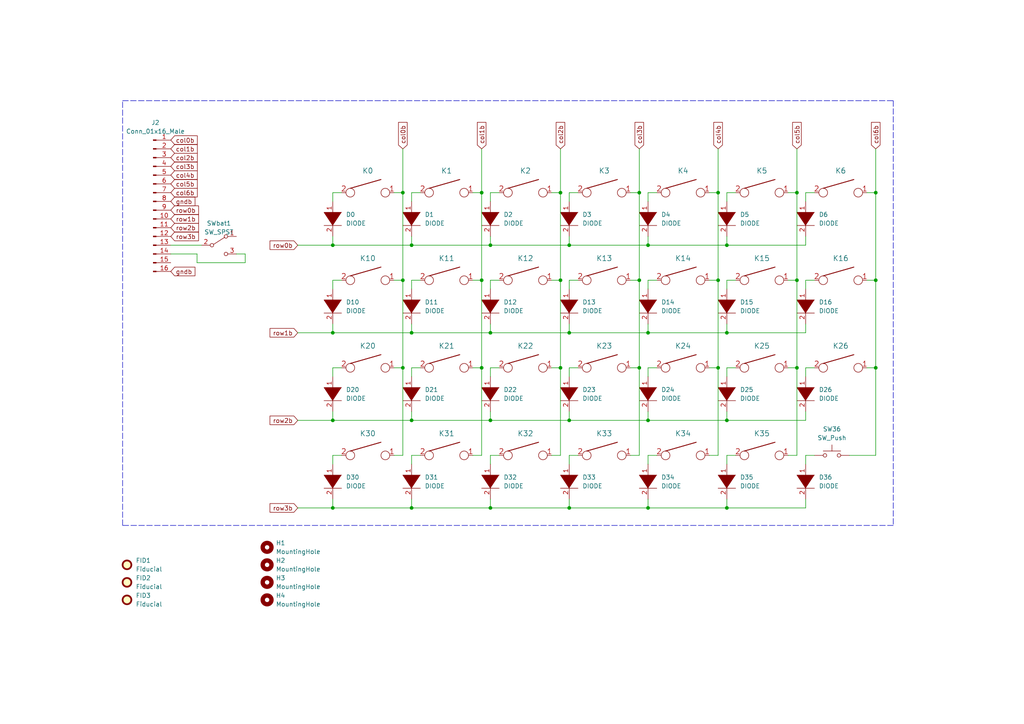
<source format=kicad_sch>
(kicad_sch (version 20211123) (generator eeschema)
  (paper "A4")
  (title_block (title "mykeeb") (rev "see git ;)"))
  (lib_symbols
    (symbol "Connector:Conn_01x16_Male" (pin_names (offset 1.016) hide)
      (property "Reference" "J" (at 0 20.32 0))
      (property "Value" "Conn_01x16_Male" (at 0 -22.86 0))
      (symbol "Conn_01x16_Male_1_1"
        (polyline (pts (xy 1.27 -20.32) (xy 0.8636 -20.32)) (stroke (width 0.1524)))
        (polyline (pts (xy 1.27 -17.78) (xy 0.8636 -17.78)) (stroke (width 0.1524)))
        (polyline (pts (xy 1.27 -15.24) (xy 0.8636 -15.24)) (stroke (width 0.1524)))
        (polyline (pts (xy 1.27 -12.7) (xy 0.8636 -12.7)) (stroke (width 0.1524)))
        (polyline (pts (xy 1.27 -10.16) (xy 0.8636 -10.16)) (stroke (width 0.1524)))
        (polyline (pts (xy 1.27 -7.62) (xy 0.8636 -7.62)) (stroke (width 0.1524)))
        (polyline (pts (xy 1.27 -5.08) (xy 0.8636 -5.08)) (stroke (width 0.1524)))
        (polyline (pts (xy 1.27 -2.54) (xy 0.8636 -2.54)) (stroke (width 0.1524)))
        (polyline (pts (xy 1.27 0) (xy 0.8636 0)) (stroke (width 0.1524)))
        (polyline (pts (xy 1.27 2.54) (xy 0.8636 2.54)) (stroke (width 0.1524)))
        (polyline (pts (xy 1.27 5.08) (xy 0.8636 5.08)) (stroke (width 0.1524)))
        (polyline (pts (xy 1.27 7.62) (xy 0.8636 7.62)) (stroke (width 0.1524)))
        (polyline (pts (xy 1.27 10.16) (xy 0.8636 10.16)) (stroke (width 0.1524)))
        (polyline (pts (xy 1.27 12.7) (xy 0.8636 12.7)) (stroke (width 0.1524)))
        (polyline (pts (xy 1.27 15.24) (xy 0.8636 15.24)) (stroke (width 0.1524)))
        (polyline (pts (xy 1.27 17.78) (xy 0.8636 17.78)) (stroke (width 0.1524)))
        (rectangle (start 0.8636 -20.193) (end 0 -20.447) (stroke (width 0.1524)) (fill (type outline)))
        (rectangle (start 0.8636 -17.653) (end 0 -17.907) (stroke (width 0.1524)) (fill (type outline)))
        (rectangle (start 0.8636 -15.113) (end 0 -15.367) (stroke (width 0.1524)) (fill (type outline)))
        (rectangle (start 0.8636 -12.573) (end 0 -12.827) (stroke (width 0.1524)) (fill (type outline)))
        (rectangle (start 0.8636 -10.033) (end 0 -10.287) (stroke (width 0.1524)) (fill (type outline)))
        (rectangle (start 0.8636 -7.493) (end 0 -7.747) (stroke (width 0.1524)) (fill (type outline)))
        (rectangle (start 0.8636 -4.953) (end 0 -5.207) (stroke (width 0.1524)) (fill (type outline)))
        (rectangle (start 0.8636 -2.413) (end 0 -2.667) (stroke (width 0.1524)) (fill (type outline)))
        (rectangle (start 0.8636 0.127) (end 0 -0.127) (stroke (width 0.1524)) (fill (type outline)))
        (rectangle (start 0.8636 2.667) (end 0 2.413) (stroke (width 0.1524)) (fill (type outline)))
        (rectangle (start 0.8636 5.207) (end 0 4.953) (stroke (width 0.1524)) (fill (type outline)))
        (rectangle (start 0.8636 7.747) (end 0 7.493) (stroke (width 0.1524)) (fill (type outline)))
        (rectangle (start 0.8636 10.287) (end 0 10.033) (stroke (width 0.1524)) (fill (type outline)))
        (rectangle (start 0.8636 12.827) (end 0 12.573) (stroke (width 0.1524)) (fill (type outline)))
        (rectangle (start 0.8636 15.367) (end 0 15.113) (stroke (width 0.1524)) (fill (type outline)))
        (rectangle (start 0.8636 17.907) (end 0 17.653) (stroke (width 0.1524)) (fill (type outline)))
        (pin passive line (at 5.08 17.78 180) (length 3.81) (name "Pin_1") (number "1"))
        (pin passive line (at 5.08 -5.08 180) (length 3.81) (name "Pin_10") (number "10"))
        (pin passive line (at 5.08 -7.62 180) (length 3.81) (name "Pin_11") (number "11"))
        (pin passive line (at 5.08 -10.16 180) (length 3.81) (name "Pin_12") (number "12"))
        (pin passive line (at 5.08 -12.7 180) (length 3.81) (name "Pin_13") (number "13"))
        (pin passive line (at 5.08 -15.24 180) (length 3.81) (name "Pin_14") (number "14"))
        (pin passive line (at 5.08 -17.78 180) (length 3.81) (name "Pin_15") (number "15"))
        (pin passive line (at 5.08 -20.32 180) (length 3.81) (name "Pin_16") (number "16"))
        (pin passive line (at 5.08 15.24 180) (length 3.81) (name "Pin_2") (number "2"))
        (pin passive line (at 5.08 12.7 180) (length 3.81) (name "Pin_3") (number "3"))
        (pin passive line (at 5.08 10.16 180) (length 3.81) (name "Pin_4") (number "4"))
        (pin passive line (at 5.08 7.62 180) (length 3.81) (name "Pin_5") (number "5"))
        (pin passive line (at 5.08 5.08 180) (length 3.81) (name "Pin_6") (number "6"))
        (pin passive line (at 5.08 2.54 180) (length 3.81) (name "Pin_7") (number "7"))
        (pin passive line (at 5.08 0 180) (length 3.81) (name "Pin_8") (number "8"))
        (pin passive line (at 5.08 -2.54 180) (length 3.81) (name "Pin_9") (number "9"))
      )
    )
    (symbol "Mechanical:Fiducial"
      (property "Reference" "FID" (at 0 5.08 0))
      (property "Value" "Fiducial" (at 0 3.175 0))
      (symbol "Fiducial_0_1"
        (circle (center 0 0) (radius 1.27) (stroke (width 0.508)) (fill (type background)))
      )
    )
    (symbol "Mechanical:MountingHole" (pin_names (offset 1.016))
      (property "Reference" "H" (at 0 5.08 0))
      (property "Value" "MountingHole" (at 0 3.175 0))
      (symbol "MountingHole_0_1"
        (circle (center 0 0) (radius 1.27) (stroke (width 1.27)))
      )
    )
    (symbol "Switch:SW_Push" (pin_numbers hide) (pin_names (offset 1.016) hide)
      (property "Reference" "SW" (at 1.27 2.54 0))
      (property "Value" "SW_Push" (at 0 -1.524 0))
      (symbol "SW_Push_0_1"
        (circle (center -2.032 0) (radius 0.508))
        (polyline (pts (xy 0 1.27) (xy 0 3.048)))
        (polyline (pts (xy 2.54 1.27) (xy -2.54 1.27)))
        (circle (center 2.032 0) (radius 0.508))
        (pin passive line (at -5.08 0 0) (length 2.54) (name "1") (number "1"))
        (pin passive line (at 5.08 0 180) (length 2.54) (name "2") (number "2"))
      )
    )
    (symbol "Switch:SW_SPDT" (pin_names (offset 0) hide)
      (property "Reference" "SW" (at 0 4.318 0))
      (property "Value" "SW_SPDT" (at 0 -5.08 0))
      (symbol "SW_SPDT_0_0"
        (circle (center -2.032 0) (radius 0.508))
        (circle (center 2.032 -2.54) (radius 0.508))
      )
      (symbol "SW_SPDT_0_1"
        (polyline (pts (xy -1.524 0.254) (xy 1.651 2.286)))
        (circle (center 2.032 2.54) (radius 0.508))
      )
      (symbol "SW_SPDT_1_1"
        (pin passive line (at 5.08 2.54 180) (length 2.54) (name "A") (number "1"))
        (pin passive line (at -5.08 0 0) (length 2.54) (name "B") (number "2"))
        (pin passive line (at 5.08 -2.54 180) (length 2.54) (name "C") (number "3"))
      )
    )
    (symbol "keyboard_parts:KEYSW" (pin_names (offset 1.016))
      (property "Reference" "K?" (at -1.27 0 0))
      (symbol "KEYSW_0_1"
        (circle (center -5.08 0) (radius 1.27))
        (polyline (pts (xy -5.08 1.27) (xy 3.81 3.81)) (stroke (width 0.254)))
        (circle (center 5.08 0) (radius 1.27))
      )
      (symbol "KEYSW_1_1"
        (pin passive line (at 7.62 0 180) (length 1.27) (name "~") (number "1"))
        (pin passive line (at -7.62 0 0) (length 1.27) (name "~") (number "2"))
      )
    )
    (symbol "pspice:DIODE" (pin_names (offset 1.016) hide)
      (property "Reference" "D" (at 0 3.81 0))
      (property "Value" "DIODE" (at 0 -4.445 0))
      (symbol "DIODE_0_1"
        (polyline (pts (xy 1.905 2.54) (xy 1.905 -2.54)))
        (polyline (pts (xy -1.905 2.54) (xy -1.905 -2.54) (xy 1.905 0)) (fill (type outline)))
      )
      (symbol "DIODE_1_1"
        (pin input line (at -5.08 0 0) (length 3.81) (name "K") (number "1"))
        (pin input line (at 5.08 0 180) (length 3.81) (name "A") (number "2"))
      )
    )
  )
  (junction (at 162.56 55.88))
  (junction (at 119.38 96.52))
  (junction (at 185.42 106.68))
  (junction (at 116.84 106.68))
  (junction (at 210.82 147.32))
  (junction (at 187.96 147.32))
  (junction (at 142.24 147.32))
  (junction (at 96.52 121.92))
  (junction (at 139.7 106.68))
  (junction (at 162.56 81.28))
  (junction (at 187.96 71.12))
  (junction (at 210.82 71.12))
  (junction (at 185.42 55.88))
  (junction (at 231.14 55.88))
  (junction (at 139.7 81.28))
  (junction (at 116.84 55.88))
  (junction (at 208.28 55.88))
  (junction (at 165.1 147.32))
  (junction (at 142.24 96.52))
  (junction (at 185.42 81.28))
  (junction (at 254 106.68))
  (junction (at 96.52 147.32))
  (junction (at 142.24 121.92))
  (junction (at 165.1 71.12))
  (junction (at 208.28 81.28))
  (junction (at 254 55.88))
  (junction (at 165.1 96.52))
  (junction (at 119.38 121.92))
  (junction (at 119.38 147.32))
  (junction (at 119.38 71.12))
  (junction (at 187.96 96.52))
  (junction (at 231.14 106.68))
  (junction (at 96.52 96.52))
  (junction (at 139.7 55.88))
  (junction (at 210.82 96.52))
  (junction (at 142.24 71.12))
  (junction (at 165.1 121.92))
  (junction (at 208.28 106.68))
  (junction (at 96.52 71.12))
  (junction (at 231.14 81.28))
  (junction (at 116.84 81.28))
  (junction (at 187.96 121.92))
  (junction (at 162.56 106.68))
  (junction (at 210.82 121.92))
  (junction (at 254 81.28))
  (wire (pts (xy 187.96 81.28) (xy 187.96 83.82)))
  (wire (pts (xy 116.84 81.28) (xy 114.3 81.28)))
  (wire (pts (xy 142.24 147.32) (xy 165.1 147.32)))
  (wire (pts (xy 236.22 106.68) (xy 233.68 106.68)))
  (wire (pts (xy 121.92 81.28) (xy 119.38 81.28)))
  (wire (pts (xy 231.14 106.68) (xy 231.14 132.08)))
  (wire (pts (xy 165.1 121.92) (xy 165.1 119.38)))
  (wire (pts (xy 162.56 81.28) (xy 162.56 106.68)))
  (wire (pts (xy 213.36 106.68) (xy 210.82 106.68)))
  (wire (pts (xy 144.78 132.08) (xy 142.24 132.08)))
  (wire (pts (xy 210.82 71.12) (xy 233.68 71.12)))
  (wire (pts (xy 233.68 121.92) (xy 233.68 119.38)))
  (wire (pts (xy 142.24 147.32) (xy 142.24 144.78)))
  (wire (pts (xy 187.96 96.52) (xy 210.82 96.52)))
  (wire (pts (xy 71.12 73.66) (xy 71.12 76.2)))
  (wire (pts (xy 96.52 144.78) (xy 96.52 147.32)))
  (wire (pts (xy 119.38 121.92) (xy 142.24 121.92)))
  (wire (pts (xy 254 55.88) (xy 251.46 55.88)))
  (wire (pts (xy 187.96 147.32) (xy 210.82 147.32)))
  (wire (pts (xy 96.52 132.08) (xy 96.52 134.62)))
  (wire (pts (xy 254 106.68) (xy 251.46 106.68)))
  (wire (pts (xy 121.92 132.08) (xy 119.38 132.08)))
  (wire (pts (xy 208.28 81.28) (xy 208.28 106.68)))
  (wire (pts (xy 165.1 71.12) (xy 165.1 68.58)))
  (wire (pts (xy 49.53 71.12) (xy 58.42 71.12)))
  (wire (pts (xy 96.52 68.58) (xy 96.52 71.12)))
  (wire (pts (xy 144.78 106.68) (xy 142.24 106.68)))
  (wire (pts (xy 96.52 121.92) (xy 119.38 121.92)))
  (wire (pts (xy 208.28 55.88) (xy 208.28 81.28)))
  (wire (pts (xy 208.28 81.28) (xy 205.74 81.28)))
  (wire (pts (xy 167.64 132.08) (xy 165.1 132.08)))
  (wire (pts (xy 213.36 81.28) (xy 210.82 81.28)))
  (wire (pts (xy 210.82 96.52) (xy 210.82 93.98)))
  (wire (pts (xy 231.14 55.88) (xy 228.6 55.88)))
  (polyline (pts (xy 259.08 152.4) (xy 35.56 152.4)))
  (wire (pts (xy 162.56 106.68) (xy 160.02 106.68)))
  (wire (pts (xy 167.64 55.88) (xy 165.1 55.88)))
  (wire (pts (xy 142.24 81.28) (xy 142.24 83.82)))
  (wire (pts (xy 96.52 93.98) (xy 96.52 96.52)))
  (wire (pts (xy 165.1 55.88) (xy 165.1 58.42)))
  (polyline (pts (xy 35.56 29.21) (xy 259.08 29.21)))
  (wire (pts (xy 96.52 96.52) (xy 86.36 96.52)))
  (wire (pts (xy 165.1 121.92) (xy 187.96 121.92)))
  (wire (pts (xy 96.52 119.38) (xy 96.52 121.92)))
  (wire (pts (xy 119.38 132.08) (xy 119.38 134.62)))
  (wire (pts (xy 208.28 106.68) (xy 205.74 106.68)))
  (wire (pts (xy 119.38 121.92) (xy 119.38 119.38)))
  (wire (pts (xy 116.84 132.08) (xy 114.3 132.08)))
  (wire (pts (xy 96.52 147.32) (xy 86.36 147.32)))
  (wire (pts (xy 236.22 81.28) (xy 233.68 81.28)))
  (wire (pts (xy 165.1 71.12) (xy 187.96 71.12)))
  (wire (pts (xy 96.52 96.52) (xy 119.38 96.52)))
  (wire (pts (xy 231.14 55.88) (xy 231.14 81.28)))
  (wire (pts (xy 162.56 55.88) (xy 162.56 81.28)))
  (wire (pts (xy 185.42 55.88) (xy 182.88 55.88)))
  (wire (pts (xy 167.64 81.28) (xy 165.1 81.28)))
  (wire (pts (xy 139.7 81.28) (xy 139.7 106.68)))
  (wire (pts (xy 231.14 43.18) (xy 231.14 55.88)))
  (wire (pts (xy 96.52 121.92) (xy 86.36 121.92)))
  (wire (pts (xy 187.96 106.68) (xy 187.96 109.22)))
  (wire (pts (xy 139.7 106.68) (xy 137.16 106.68)))
  (wire (pts (xy 57.15 73.66) (xy 49.53 73.66)))
  (wire (pts (xy 142.24 71.12) (xy 165.1 71.12)))
  (wire (pts (xy 162.56 106.68) (xy 162.56 132.08)))
  (wire (pts (xy 165.1 132.08) (xy 165.1 134.62)))
  (wire (pts (xy 116.84 106.68) (xy 116.84 132.08)))
  (wire (pts (xy 231.14 81.28) (xy 228.6 81.28)))
  (wire (pts (xy 144.78 55.88) (xy 142.24 55.88)))
  (wire (pts (xy 71.12 76.2) (xy 57.15 76.2)))
  (wire (pts (xy 121.92 55.88) (xy 119.38 55.88)))
  (wire (pts (xy 233.68 96.52) (xy 233.68 93.98)))
  (wire (pts (xy 119.38 147.32) (xy 119.38 144.78)))
  (wire (pts (xy 142.24 96.52) (xy 165.1 96.52)))
  (wire (pts (xy 208.28 43.18) (xy 208.28 55.88)))
  (wire (pts (xy 142.24 121.92) (xy 165.1 121.92)))
  (wire (pts (xy 210.82 55.88) (xy 210.82 58.42)))
  (wire (pts (xy 210.82 132.08) (xy 210.82 134.62)))
  (wire (pts (xy 185.42 81.28) (xy 185.42 106.68)))
  (wire (pts (xy 119.38 55.88) (xy 119.38 58.42)))
  (wire (pts (xy 167.64 106.68) (xy 165.1 106.68)))
  (wire (pts (xy 162.56 43.18) (xy 162.56 55.88)))
  (wire (pts (xy 190.5 132.08) (xy 187.96 132.08)))
  (wire (pts (xy 116.84 55.88) (xy 114.3 55.88)))
  (wire (pts (xy 254 106.68) (xy 254 132.08)))
  (wire (pts (xy 210.82 81.28) (xy 210.82 83.82)))
  (wire (pts (xy 236.22 55.88) (xy 233.68 55.88)))
  (wire (pts (xy 254 55.88) (xy 254 81.28)))
  (wire (pts (xy 187.96 121.92) (xy 210.82 121.92)))
  (wire (pts (xy 233.68 147.32) (xy 233.68 144.78)))
  (wire (pts (xy 210.82 96.52) (xy 233.68 96.52)))
  (wire (pts (xy 57.15 76.2) (xy 57.15 73.66)))
  (wire (pts (xy 213.36 132.08) (xy 210.82 132.08)))
  (wire (pts (xy 99.06 81.28) (xy 96.52 81.28)))
  (wire (pts (xy 187.96 132.08) (xy 187.96 134.62)))
  (wire (pts (xy 236.22 132.08) (xy 233.68 132.08)))
  (wire (pts (xy 142.24 132.08) (xy 142.24 134.62)))
  (wire (pts (xy 187.96 71.12) (xy 187.96 68.58)))
  (wire (pts (xy 116.84 106.68) (xy 114.3 106.68)))
  (wire (pts (xy 165.1 147.32) (xy 187.96 147.32)))
  (wire (pts (xy 165.1 96.52) (xy 187.96 96.52)))
  (wire (pts (xy 162.56 132.08) (xy 160.02 132.08)))
  (wire (pts (xy 208.28 132.08) (xy 205.74 132.08)))
  (wire (pts (xy 165.1 96.52) (xy 165.1 93.98)))
  (wire (pts (xy 119.38 96.52) (xy 119.38 93.98)))
  (wire (pts (xy 185.42 81.28) (xy 182.88 81.28)))
  (wire (pts (xy 233.68 71.12) (xy 233.68 68.58)))
  (wire (pts (xy 208.28 55.88) (xy 205.74 55.88)))
  (wire (pts (xy 116.84 81.28) (xy 116.84 106.68)))
  (wire (pts (xy 233.68 55.88) (xy 233.68 58.42)))
  (wire (pts (xy 119.38 96.52) (xy 142.24 96.52)))
  (wire (pts (xy 210.82 71.12) (xy 210.82 68.58)))
  (wire (pts (xy 119.38 71.12) (xy 119.38 68.58)))
  (wire (pts (xy 246.38 132.08) (xy 254 132.08)))
  (polyline (pts (xy 35.56 152.4) (xy 35.56 29.21)))
  (wire (pts (xy 139.7 43.18) (xy 139.7 55.88)))
  (wire (pts (xy 99.06 132.08) (xy 96.52 132.08)))
  (wire (pts (xy 116.84 55.88) (xy 116.84 81.28)))
  (wire (pts (xy 213.36 55.88) (xy 210.82 55.88)))
  (wire (pts (xy 96.52 55.88) (xy 96.52 58.42)))
  (wire (pts (xy 96.52 81.28) (xy 96.52 83.82)))
  (wire (pts (xy 142.24 55.88) (xy 142.24 58.42)))
  (wire (pts (xy 144.78 81.28) (xy 142.24 81.28)))
  (wire (pts (xy 121.92 106.68) (xy 119.38 106.68)))
  (wire (pts (xy 68.58 73.66) (xy 71.12 73.66)))
  (wire (pts (xy 119.38 81.28) (xy 119.38 83.82)))
  (wire (pts (xy 231.14 106.68) (xy 228.6 106.68)))
  (wire (pts (xy 142.24 96.52) (xy 142.24 93.98)))
  (wire (pts (xy 254 81.28) (xy 251.46 81.28)))
  (wire (pts (xy 185.42 106.68) (xy 182.88 106.68)))
  (wire (pts (xy 96.52 71.12) (xy 119.38 71.12)))
  (wire (pts (xy 185.42 106.68) (xy 185.42 132.08)))
  (wire (pts (xy 210.82 121.92) (xy 233.68 121.92)))
  (wire (pts (xy 116.84 43.18) (xy 116.84 55.88)))
  (wire (pts (xy 162.56 55.88) (xy 160.02 55.88)))
  (wire (pts (xy 162.56 81.28) (xy 160.02 81.28)))
  (wire (pts (xy 165.1 106.68) (xy 165.1 109.22)))
  (wire (pts (xy 210.82 147.32) (xy 233.68 147.32)))
  (wire (pts (xy 187.96 55.88) (xy 187.96 58.42)))
  (wire (pts (xy 233.68 106.68) (xy 233.68 109.22)))
  (wire (pts (xy 254 81.28) (xy 254 106.68)))
  (wire (pts (xy 96.52 106.68) (xy 96.52 109.22)))
  (wire (pts (xy 139.7 55.88) (xy 139.7 81.28)))
  (wire (pts (xy 139.7 106.68) (xy 139.7 132.08)))
  (wire (pts (xy 119.38 106.68) (xy 119.38 109.22)))
  (wire (pts (xy 187.96 121.92) (xy 187.96 119.38)))
  (wire (pts (xy 187.96 96.52) (xy 187.96 93.98)))
  (wire (pts (xy 142.24 121.92) (xy 142.24 119.38)))
  (wire (pts (xy 233.68 132.08) (xy 233.68 134.62)))
  (wire (pts (xy 187.96 147.32) (xy 187.96 144.78)))
  (wire (pts (xy 96.52 71.12) (xy 86.36 71.12)))
  (wire (pts (xy 233.68 81.28) (xy 233.68 83.82)))
  (wire (pts (xy 139.7 132.08) (xy 137.16 132.08)))
  (wire (pts (xy 185.42 55.88) (xy 185.42 81.28)))
  (wire (pts (xy 185.42 43.18) (xy 185.42 55.88)))
  (wire (pts (xy 119.38 147.32) (xy 142.24 147.32)))
  (wire (pts (xy 210.82 121.92) (xy 210.82 119.38)))
  (wire (pts (xy 187.96 71.12) (xy 210.82 71.12)))
  (wire (pts (xy 99.06 106.68) (xy 96.52 106.68)))
  (wire (pts (xy 254 43.18) (xy 254 55.88)))
  (wire (pts (xy 96.52 147.32) (xy 119.38 147.32)))
  (wire (pts (xy 139.7 81.28) (xy 137.16 81.28)))
  (wire (pts (xy 231.14 132.08) (xy 228.6 132.08)))
  (wire (pts (xy 190.5 106.68) (xy 187.96 106.68)))
  (wire (pts (xy 119.38 71.12) (xy 142.24 71.12)))
  (wire (pts (xy 208.28 106.68) (xy 208.28 132.08)))
  (wire (pts (xy 185.42 132.08) (xy 182.88 132.08)))
  (wire (pts (xy 210.82 147.32) (xy 210.82 144.78)))
  (wire (pts (xy 190.5 55.88) (xy 187.96 55.88)))
  (wire (pts (xy 190.5 81.28) (xy 187.96 81.28)))
  (wire (pts (xy 139.7 55.88) (xy 137.16 55.88)))
  (polyline (pts (xy 259.08 29.21) (xy 259.08 152.4)))
  (wire (pts (xy 165.1 147.32) (xy 165.1 144.78)))
  (wire (pts (xy 142.24 106.68) (xy 142.24 109.22)))
  (wire (pts (xy 231.14 81.28) (xy 231.14 106.68)))
  (wire (pts (xy 165.1 81.28) (xy 165.1 83.82)))
  (wire (pts (xy 142.24 71.12) (xy 142.24 68.58)))
  (wire (pts (xy 99.06 55.88) (xy 96.52 55.88)))
  (wire (pts (xy 210.82 106.68) (xy 210.82 109.22)))
  (global_label "row1b" (shape input) (at 86.36 96.52 180) (property "Referenzen zwischen Schaltplänen" "${INTERSHEET_REFS}" (effects hide)))
  (global_label "col5b" (shape input) (at 49.53 53.34 0) (property "Referenzen zwischen Schaltplänen" "${INTERSHEET_REFS}" (effects hide)))
  (global_label "col3b" (shape input) (at 49.53 48.26 0) (property "Referenzen zwischen Schaltplänen" "${INTERSHEET_REFS}" (effects hide)))
  (global_label "col0b" (shape input) (at 116.84 43.18 90) (property "Referenzen zwischen Schaltplänen" "${INTERSHEET_REFS}" (effects hide)))
  (global_label "col3b" (shape input) (at 185.42 43.18 90) (property "Referenzen zwischen Schaltplänen" "${INTERSHEET_REFS}" (effects hide)))
  (global_label "col1b" (shape input) (at 139.7 43.18 90) (property "Referenzen zwischen Schaltplänen" "${INTERSHEET_REFS}" (effects hide)))
  (global_label "gndb" (shape input) (at 49.53 58.42 0) (property "Referenzen zwischen Schaltplänen" "${INTERSHEET_REFS}" (effects hide)))
  (global_label "col2b" (shape input) (at 162.56 43.18 90) (property "Referenzen zwischen Schaltplänen" "${INTERSHEET_REFS}" (effects hide)))
  (global_label "col4b" (shape input) (at 49.53 50.8 0) (property "Referenzen zwischen Schaltplänen" "${INTERSHEET_REFS}" (effects hide)))
  (global_label "gndb" (shape input) (at 49.53 78.74 0) (property "Referenzen zwischen Schaltplänen" "${INTERSHEET_REFS}" (effects hide)))
  (global_label "col6b" (shape input) (at 49.53 55.88 0) (property "Referenzen zwischen Schaltplänen" "${INTERSHEET_REFS}" (effects hide)))
  (global_label "col6b" (shape input) (at 254 43.18 90) (property "Referenzen zwischen Schaltplänen" "${INTERSHEET_REFS}" (effects hide)))
  (global_label "row2b" (shape input) (at 49.53 66.04 0) (property "Referenzen zwischen Schaltplänen" "${INTERSHEET_REFS}" (effects hide)))
  (global_label "row0b" (shape input) (at 49.53 60.96 0) (property "Referenzen zwischen Schaltplänen" "${INTERSHEET_REFS}" (effects hide)))
  (global_label "col0b" (shape input) (at 49.53 40.64 0) (property "Referenzen zwischen Schaltplänen" "${INTERSHEET_REFS}" (effects hide)))
  (global_label "col5b" (shape input) (at 231.14 43.18 90) (property "Referenzen zwischen Schaltplänen" "${INTERSHEET_REFS}" (effects hide)))
  (global_label "col1b" (shape input) (at 49.53 43.18 0) (property "Referenzen zwischen Schaltplänen" "${INTERSHEET_REFS}" (effects hide)))
  (global_label "col4b" (shape input) (at 208.28 43.18 90) (property "Referenzen zwischen Schaltplänen" "${INTERSHEET_REFS}" (effects hide)))
  (global_label "row2b" (shape input) (at 86.36 121.92 180) (property "Referenzen zwischen Schaltplänen" "${INTERSHEET_REFS}" (effects hide)))
  (global_label "row3b" (shape input) (at 49.53 68.58 0) (property "Referenzen zwischen Schaltplänen" "${INTERSHEET_REFS}" (effects hide)))
  (global_label "row1b" (shape input) (at 49.53 63.5 0) (property "Referenzen zwischen Schaltplänen" "${INTERSHEET_REFS}" (effects hide)))
  (global_label "col2b" (shape input) (at 49.53 45.72 0) (property "Referenzen zwischen Schaltplänen" "${INTERSHEET_REFS}" (effects hide)))
  (global_label "row0b" (shape input) (at 86.36 71.12 180) (property "Referenzen zwischen Schaltplänen" "${INTERSHEET_REFS}" (effects hide)))
  (global_label "row3b" (shape input) (at 86.36 147.32 180) (property "Referenzen zwischen Schaltplänen" "${INTERSHEET_REFS}" (effects hide)))
  (symbol (lib_id "pspice:DIODE") (at 165.1 88.9 270) (unit 1)
    (property "Reference" "D13" (at 168.91 87.6299 90) (effects (justify left)))
    (property "Value" "DIODE" (at 168.91 90.1699 90) (effects (justify left)))
    (property "Footprint" "mykeeb:my_dual_D_SOD123F_v2" (effects hide))
  )
  (symbol (lib_id "pspice:DIODE") (at 119.38 63.5 270) (unit 1)
    (property "Reference" "D1" (at 123.19 62.2299 90) (effects (justify left)))
    (property "Value" "DIODE" (at 123.19 64.7699 90) (effects (justify left)))
    (property "Footprint" "mykeeb:my_dual_D_SOD123F_v2" (effects hide))
  )
  (symbol (lib_id "pspice:DIODE") (at 210.82 139.7 270) (unit 1)
    (property "Reference" "D35" (at 214.63 138.4299 90) (effects (justify left)))
    (property "Value" "DIODE" (at 214.63 140.9699 90) (effects (justify left)))
    (property "Footprint" "mykeeb:my_dual_D_SOD123F_v2" (effects hide))
  )
  (symbol (lib_id "keyboard_parts:KEYSW") (at 220.98 132.08 0) (unit 1)
    (property "Reference" "K35" (at 220.98 125.73 0) (effects (font (size 1.524 1.524))))
    (property "Value" "KEYSW" (effects hide))
    (property "Footprint" "mykeeb:Kailh_socket_MX_reversible_1u" (effects hide))
  )
  (symbol (lib_id "pspice:DIODE") (at 96.52 63.5 270) (unit 1)
    (property "Reference" "D0" (at 100.33 62.2299 90) (effects (justify left)))
    (property "Value" "DIODE" (at 100.33 64.7699 90) (effects (justify left)))
    (property "Footprint" "mykeeb:my_dual_D_SOD123F_v2" (effects hide))
  )
  (symbol (lib_id "keyboard_parts:KEYSW") (at 220.98 81.28 0) (unit 1)
    (property "Reference" "K15" (at 220.98 74.93 0) (effects (font (size 1.524 1.524))))
    (property "Value" "KEYSW" (effects hide))
    (property "Footprint" "mykeeb:Kailh_socket_MX_reversible_1u" (effects hide))
  )
  (symbol (lib_id "keyboard_parts:KEYSW") (at 198.12 55.88 0) (unit 1)
    (property "Reference" "K4" (at 198.12 49.53 0) (effects (font (size 1.524 1.524))))
    (property "Value" "KEYSW" (effects hide))
    (property "Footprint" "mykeeb:Kailh_socket_MX_reversible_1u" (effects hide))
  )
  (symbol (lib_id "pspice:DIODE") (at 233.68 114.3 270) (unit 1)
    (property "Reference" "D26" (at 237.49 113.0299 90) (effects (justify left)))
    (property "Value" "DIODE" (at 237.49 115.5699 90) (effects (justify left)))
    (property "Footprint" "mykeeb:my_dual_D_SOD123F_v2" (effects hide))
  )
  (symbol (lib_id "pspice:DIODE") (at 142.24 114.3 270) (unit 1)
    (property "Reference" "D22" (at 146.05 113.0299 90) (effects (justify left)))
    (property "Value" "DIODE" (at 146.05 115.5699 90) (effects (justify left)))
    (property "Footprint" "mykeeb:my_dual_D_SOD123F_v2" (effects hide))
  )
  (symbol (lib_id "keyboard_parts:KEYSW") (at 129.54 81.28 0) (unit 1)
    (property "Reference" "K11" (at 129.54 74.93 0) (effects (font (size 1.524 1.524))))
    (property "Value" "KEYSW" (effects hide))
    (property "Footprint" "mykeeb:Kailh_socket_MX_reversible_1u" (effects hide))
  )
  (symbol (lib_id "keyboard_parts:KEYSW") (at 175.26 132.08 0) (unit 1)
    (property "Reference" "K33" (at 175.26 125.73 0) (effects (font (size 1.524 1.524))))
    (property "Value" "KEYSW" (effects hide))
    (property "Footprint" "mykeeb:Kailh_socket_MX_reversible_1u" (effects hide))
  )
  (symbol (lib_id "keyboard_parts:KEYSW") (at 106.68 55.88 0) (unit 1)
    (property "Reference" "K0" (at 106.68 49.53 0) (effects (font (size 1.524 1.524))))
    (property "Value" "KEYSW" (effects hide))
    (property "Footprint" "mykeeb:Kailh_socket_MX_reversible_1u" (effects hide))
  )
  (symbol (lib_id "Mechanical:MountingHole") (at 77.47 158.75 0) (unit 1)
    (property "Reference" "H1" (at 80.01 157.4799 0) (effects (justify left)))
    (property "Value" "MountingHole" (at 80.01 160.0199 0) (effects (justify left)))
    (property "Footprint" "MountingHole:MountingHole_3.2mm_M3" (effects hide))
  )
  (symbol (lib_id "Mechanical:MountingHole") (at 77.47 173.99 0) (unit 1)
    (property "Reference" "H4" (at 80.01 172.7199 0) (effects (justify left)))
    (property "Value" "MountingHole" (at 80.01 175.2599 0) (effects (justify left)))
    (property "Footprint" "MountingHole:MountingHole_3.2mm_M3" (effects hide))
  )
  (symbol (lib_id "keyboard_parts:KEYSW") (at 152.4 55.88 0) (unit 1)
    (property "Reference" "K2" (at 152.4 49.53 0) (effects (font (size 1.524 1.524))))
    (property "Value" "KEYSW" (effects hide))
    (property "Footprint" "mykeeb:Kailh_socket_MX_reversible_1u" (effects hide))
  )
  (symbol (lib_id "keyboard_parts:KEYSW") (at 175.26 81.28 0) (unit 1)
    (property "Reference" "K13" (at 175.26 74.93 0) (effects (font (size 1.524 1.524))))
    (property "Value" "KEYSW" (effects hide))
    (property "Footprint" "mykeeb:Kailh_socket_MX_reversible_1u" (effects hide))
  )
  (symbol (lib_id "keyboard_parts:KEYSW") (at 198.12 132.08 0) (unit 1)
    (property "Reference" "K34" (at 198.12 125.73 0) (effects (font (size 1.524 1.524))))
    (property "Value" "KEYSW" (effects hide))
    (property "Footprint" "mykeeb:Kailh_socket_MX_reversible_1u" (effects hide))
  )
  (symbol (lib_id "pspice:DIODE") (at 187.96 139.7 270) (unit 1)
    (property "Reference" "D34" (at 191.77 138.4299 90) (effects (justify left)))
    (property "Value" "DIODE" (at 191.77 140.9699 90) (effects (justify left)))
    (property "Footprint" "mykeeb:my_dual_D_SOD123F_v2" (effects hide))
  )
  (symbol (lib_id "pspice:DIODE") (at 233.68 139.7 270) (unit 1)
    (property "Reference" "D36" (at 237.49 138.4299 90) (effects (justify left)))
    (property "Value" "DIODE" (at 237.49 140.9699 90) (effects (justify left)))
    (property "Footprint" "mykeeb:my_dual_D_SOD123F_v2b" (effects hide))
  )
  (symbol (lib_id "pspice:DIODE") (at 187.96 88.9 270) (unit 1)
    (property "Reference" "D14" (at 191.77 87.6299 90) (effects (justify left)))
    (property "Value" "DIODE" (at 191.77 90.1699 90) (effects (justify left)))
    (property "Footprint" "mykeeb:my_dual_D_SOD123F_v2" (effects hide))
  )
  (symbol (lib_id "keyboard_parts:KEYSW") (at 129.54 55.88 0) (unit 1)
    (property "Reference" "K1" (at 129.54 49.53 0) (effects (font (size 1.524 1.524))))
    (property "Value" "KEYSW" (effects hide))
    (property "Footprint" "mykeeb:Kailh_socket_MX_reversible_1u" (effects hide))
  )
  (symbol (lib_id "Mechanical:MountingHole") (at 77.47 163.83 0) (unit 1)
    (property "Reference" "H2" (at 80.01 162.5599 0) (effects (justify left)))
    (property "Value" "MountingHole" (at 80.01 165.0999 0) (effects (justify left)))
    (property "Footprint" "MountingHole:MountingHole_3.2mm_M3" (effects hide))
  )
  (symbol (lib_id "keyboard_parts:KEYSW") (at 220.98 106.68 0) (unit 1)
    (property "Reference" "K25" (at 220.98 100.33 0) (effects (font (size 1.524 1.524))))
    (property "Value" "KEYSW" (effects hide))
    (property "Footprint" "mykeeb:Kailh_socket_MX_reversible_1u" (effects hide))
  )
  (symbol (lib_id "keyboard_parts:KEYSW") (at 243.84 106.68 0) (unit 1)
    (property "Reference" "K26" (at 243.84 100.33 0) (effects (font (size 1.524 1.524))))
    (property "Value" "KEYSW" (effects hide))
    (property "Footprint" "mykeeb:Kailh_socket_MX_reversible_1u" (effects hide))
  )
  (symbol (lib_id "pspice:DIODE") (at 165.1 63.5 270) (unit 1)
    (property "Reference" "D3" (at 168.91 62.2299 90) (effects (justify left)))
    (property "Value" "DIODE" (at 168.91 64.7699 90) (effects (justify left)))
    (property "Footprint" "mykeeb:my_dual_D_SOD123F_v2" (effects hide))
  )
  (symbol (lib_id "Switch:SW_SPDT") (at 63.5 71.12 0) (unit 1)
    (property "Reference" "SWbat1" (at 63.5 64.77 0))
    (property "Value" "SW_SPST" (at 63.5 67.31 0))
    (property "Footprint" "Connector_PinSocket_2.54mm:PinSocket_1x03_P2.54mm_Vertical" (effects hide))
  )
  (symbol (lib_id "keyboard_parts:KEYSW") (at 106.68 106.68 0) (unit 1)
    (property "Reference" "K20" (at 106.68 100.33 0) (effects (font (size 1.524 1.524))))
    (property "Value" "KEYSW" (effects hide))
    (property "Footprint" "mykeeb:Kailh_socket_MX_reversible_1u" (effects hide))
  )
  (symbol (lib_id "pspice:DIODE") (at 165.1 114.3 270) (unit 1)
    (property "Reference" "D23" (at 168.91 113.0299 90) (effects (justify left)))
    (property "Value" "DIODE" (at 168.91 115.5699 90) (effects (justify left)))
    (property "Footprint" "mykeeb:my_dual_D_SOD123F_v2" (effects hide))
  )
  (symbol (lib_id "keyboard_parts:KEYSW") (at 152.4 81.28 0) (unit 1)
    (property "Reference" "K12" (at 152.4 74.93 0) (effects (font (size 1.524 1.524))))
    (property "Value" "KEYSW" (effects hide))
    (property "Footprint" "mykeeb:Kailh_socket_MX_reversible_1u" (effects hide))
  )
  (symbol (lib_id "pspice:DIODE") (at 165.1 139.7 270) (unit 1)
    (property "Reference" "D33" (at 168.91 138.4299 90) (effects (justify left)))
    (property "Value" "DIODE" (at 168.91 140.9699 90) (effects (justify left)))
    (property "Footprint" "mykeeb:my_dual_D_SOD123F_v2" (effects hide))
  )
  (symbol (lib_id "Mechanical:MountingHole") (at 77.47 168.91 0) (unit 1)
    (property "Reference" "H3" (at 80.01 167.6399 0) (effects (justify left)))
    (property "Value" "MountingHole" (at 80.01 170.1799 0) (effects (justify left)))
    (property "Footprint" "MountingHole:MountingHole_3.2mm_M3" (effects hide))
  )
  (symbol (lib_id "pspice:DIODE") (at 233.68 88.9 270) (unit 1)
    (property "Reference" "D16" (at 237.49 87.6299 90) (effects (justify left)))
    (property "Value" "DIODE" (at 237.49 90.1699 90) (effects (justify left)))
    (property "Footprint" "mykeeb:my_dual_D_SOD123F_v2" (effects hide))
  )
  (symbol (lib_id "pspice:DIODE") (at 119.38 114.3 270) (unit 1)
    (property "Reference" "D21" (at 123.19 113.0299 90) (effects (justify left)))
    (property "Value" "DIODE" (at 123.19 115.5699 90) (effects (justify left)))
    (property "Footprint" "mykeeb:my_dual_D_SOD123F_v2" (effects hide))
  )
  (symbol (lib_id "keyboard_parts:KEYSW") (at 175.26 106.68 0) (unit 1)
    (property "Reference" "K23" (at 175.26 100.33 0) (effects (font (size 1.524 1.524))))
    (property "Value" "KEYSW" (effects hide))
    (property "Footprint" "mykeeb:Kailh_socket_MX_reversible_1u" (effects hide))
  )
  (symbol (lib_id "keyboard_parts:KEYSW") (at 152.4 132.08 0) (unit 1)
    (property "Reference" "K32" (at 152.4 125.73 0) (effects (font (size 1.524 1.524))))
    (property "Value" "KEYSW" (effects hide))
    (property "Footprint" "mykeeb:Kailh_socket_MX_reversible_1u" (effects hide))
  )
  (symbol (lib_id "keyboard_parts:KEYSW") (at 129.54 106.68 0) (unit 1)
    (property "Reference" "K21" (at 129.54 100.33 0) (effects (font (size 1.524 1.524))))
    (property "Value" "KEYSW" (effects hide))
    (property "Footprint" "mykeeb:Kailh_socket_MX_reversible_1u" (effects hide))
  )
  (symbol (lib_id "pspice:DIODE") (at 233.68 63.5 270) (unit 1)
    (property "Reference" "D6" (at 237.49 62.2299 90) (effects (justify left)))
    (property "Value" "DIODE" (at 237.49 64.7699 90) (effects (justify left)))
    (property "Footprint" "mykeeb:my_dual_D_SOD123F_v2" (effects hide))
  )
  (symbol (lib_id "pspice:DIODE") (at 96.52 114.3 270) (unit 1)
    (property "Reference" "D20" (at 100.33 113.0299 90) (effects (justify left)))
    (property "Value" "DIODE" (at 100.33 115.5699 90) (effects (justify left)))
    (property "Footprint" "mykeeb:my_dual_D_SOD123F_v2" (effects hide))
  )
  (symbol (lib_id "keyboard_parts:KEYSW") (at 106.68 132.08 0) (unit 1)
    (property "Reference" "K30" (at 106.68 125.73 0) (effects (font (size 1.524 1.524))))
    (property "Value" "KEYSW" (effects hide))
    (property "Footprint" "mykeeb:Kailh_socket_MX_reversible_1u" (effects hide))
  )
  (symbol (lib_id "pspice:DIODE") (at 142.24 63.5 270) (unit 1)
    (property "Reference" "D2" (at 146.05 62.2299 90) (effects (justify left)))
    (property "Value" "DIODE" (at 146.05 64.7699 90) (effects (justify left)))
    (property "Footprint" "mykeeb:my_dual_D_SOD123F_v2" (effects hide))
  )
  (symbol (lib_id "pspice:DIODE") (at 187.96 63.5 270) (unit 1)
    (property "Reference" "D4" (at 191.77 62.2299 90) (effects (justify left)))
    (property "Value" "DIODE" (at 191.77 64.7699 90) (effects (justify left)))
    (property "Footprint" "mykeeb:my_dual_D_SOD123F_v2" (effects hide))
  )
  (symbol (lib_id "pspice:DIODE") (at 119.38 88.9 270) (unit 1)
    (property "Reference" "D11" (at 123.19 87.6299 90) (effects (justify left)))
    (property "Value" "DIODE" (at 123.19 90.1699 90) (effects (justify left)))
    (property "Footprint" "mykeeb:my_dual_D_SOD123F_v2" (effects hide))
  )
  (symbol (lib_id "keyboard_parts:KEYSW") (at 198.12 81.28 0) (unit 1)
    (property "Reference" "K14" (at 198.12 74.93 0) (effects (font (size 1.524 1.524))))
    (property "Value" "KEYSW" (effects hide))
    (property "Footprint" "mykeeb:Kailh_socket_MX_reversible_1u" (effects hide))
  )
  (symbol (lib_id "Switch:SW_Push") (at 241.3 132.08 0) (unit 1)
    (property "Reference" "SW36" (at 241.3 124.46 0))
    (property "Value" "SW_Push" (at 241.3 127 0))
    (property "Footprint" "Button_Switch_THT:SW_PUSH_6mm_H7.3mm" (effects hide))
  )
  (symbol (lib_id "pspice:DIODE") (at 210.82 63.5 270) (unit 1)
    (property "Reference" "D5" (at 214.63 62.2299 90) (effects (justify left)))
    (property "Value" "DIODE" (at 214.63 64.7699 90) (effects (justify left)))
    (property "Footprint" "mykeeb:my_dual_D_SOD123F_v2" (effects hide))
  )
  (symbol (lib_id "Mechanical:Fiducial") (at 36.83 163.83 0) (unit 1)
    (property "Reference" "FID1" (at 39.37 162.5599 0) (effects (justify left)))
    (property "Value" "Fiducial" (at 39.37 165.0999 0) (effects (justify left)))
    (property "Footprint" "Fiducial:Fiducial_1mm_Mask2mm" (effects hide))
  )
  (symbol (lib_id "pspice:DIODE") (at 210.82 88.9 270) (unit 1)
    (property "Reference" "D15" (at 214.63 87.6299 90) (effects (justify left)))
    (property "Value" "DIODE" (at 214.63 90.1699 90) (effects (justify left)))
    (property "Footprint" "mykeeb:my_dual_D_SOD123F_v2" (effects hide))
  )
  (symbol (lib_id "Mechanical:Fiducial") (at 36.83 173.99 0) (unit 1)
    (property "Reference" "FID3" (at 39.37 172.7199 0) (effects (justify left)))
    (property "Value" "Fiducial" (at 39.37 175.2599 0) (effects (justify left)))
    (property "Footprint" "Fiducial:Fiducial_1mm_Mask2mm" (effects hide))
  )
  (symbol (lib_id "keyboard_parts:KEYSW") (at 220.98 55.88 0) (unit 1)
    (property "Reference" "K5" (at 220.98 49.53 0) (effects (font (size 1.524 1.524))))
    (property "Value" "KEYSW" (effects hide))
    (property "Footprint" "mykeeb:Kailh_socket_MX_reversible_1u" (effects hide))
  )
  (symbol (lib_id "keyboard_parts:KEYSW") (at 106.68 81.28 0) (unit 1)
    (property "Reference" "K10" (at 106.68 74.93 0) (effects (font (size 1.524 1.524))))
    (property "Value" "KEYSW" (effects hide))
    (property "Footprint" "mykeeb:Kailh_socket_MX_reversible_1u" (effects hide))
  )
  (symbol (lib_id "keyboard_parts:KEYSW") (at 175.26 55.88 0) (unit 1)
    (property "Reference" "K3" (at 175.26 49.53 0) (effects (font (size 1.524 1.524))))
    (property "Value" "KEYSW" (effects hide))
    (property "Footprint" "mykeeb:Kailh_socket_MX_reversible_1u" (effects hide))
  )
  (symbol (lib_id "pspice:DIODE") (at 96.52 88.9 270) (unit 1)
    (property "Reference" "D10" (at 100.33 87.6299 90) (effects (justify left)))
    (property "Value" "DIODE" (at 100.33 90.1699 90) (effects (justify left)))
    (property "Footprint" "mykeeb:my_dual_D_SOD123F_v2" (effects hide))
  )
  (symbol (lib_id "keyboard_parts:KEYSW") (at 198.12 106.68 0) (unit 1)
    (property "Reference" "K24" (at 198.12 100.33 0) (effects (font (size 1.524 1.524))))
    (property "Value" "KEYSW" (effects hide))
    (property "Footprint" "mykeeb:Kailh_socket_MX_reversible_1u" (effects hide))
  )
  (symbol (lib_id "Mechanical:Fiducial") (at 36.83 168.91 0) (unit 1)
    (property "Reference" "FID2" (at 39.37 167.6399 0) (effects (justify left)))
    (property "Value" "Fiducial" (at 39.37 170.1799 0) (effects (justify left)))
    (property "Footprint" "Fiducial:Fiducial_1mm_Mask2mm" (effects hide))
  )
  (symbol (lib_id "keyboard_parts:KEYSW") (at 243.84 55.88 0) (unit 1)
    (property "Reference" "K6" (at 243.84 49.53 0) (effects (font (size 1.524 1.524))))
    (property "Value" "KEYSW" (effects hide))
    (property "Footprint" "mykeeb:Kailh_socket_MX_reversible_1u" (effects hide))
  )
  (symbol (lib_id "Connector:Conn_01x16_Male") (at 44.45 58.42 0) (unit 1)
    (property "Reference" "J2" (at 45.085 35.56 0))
    (property "Value" "Conn_01x16_Male" (at 45.085 38.1 0))
    (property "Footprint" "mykeeb:adapterBoard" (effects hide))
  )
  (symbol (lib_id "pspice:DIODE") (at 142.24 139.7 270) (unit 1)
    (property "Reference" "D32" (at 146.05 138.4299 90) (effects (justify left)))
    (property "Value" "DIODE" (at 146.05 140.9699 90) (effects (justify left)))
    (property "Footprint" "mykeeb:my_dual_D_SOD123F_v2" (effects hide))
  )
  (symbol (lib_id "keyboard_parts:KEYSW") (at 152.4 106.68 0) (unit 1)
    (property "Reference" "K22" (at 152.4 100.33 0) (effects (font (size 1.524 1.524))))
    (property "Value" "KEYSW" (effects hide))
    (property "Footprint" "mykeeb:Kailh_socket_MX_reversible_1u" (effects hide))
  )
  (symbol (lib_id "keyboard_parts:KEYSW") (at 129.54 132.08 0) (unit 1)
    (property "Reference" "K31" (at 129.54 125.73 0) (effects (font (size 1.524 1.524))))
    (property "Value" "KEYSW" (effects hide))
    (property "Footprint" "mykeeb:Kailh_socket_MX_reversible_1u" (effects hide))
  )
  (symbol (lib_id "pspice:DIODE") (at 119.38 139.7 270) (unit 1)
    (property "Reference" "D31" (at 123.19 138.4299 90) (effects (justify left)))
    (property "Value" "DIODE" (at 123.19 140.9699 90) (effects (justify left)))
    (property "Footprint" "mykeeb:my_dual_D_SOD123F_v2" (effects hide))
  )
  (symbol (lib_id "pspice:DIODE") (at 96.52 139.7 270) (unit 1)
    (property "Reference" "D30" (at 100.33 138.4299 90) (effects (justify left)))
    (property "Value" "DIODE" (at 100.33 140.9699 90) (effects (justify left)))
    (property "Footprint" "mykeeb:my_dual_D_SOD123F_v2" (effects hide))
  )
  (symbol (lib_id "keyboard_parts:KEYSW") (at 243.84 81.28 0) (unit 1)
    (property "Reference" "K16" (at 243.84 74.93 0) (effects (font (size 1.524 1.524))))
    (property "Value" "KEYSW" (effects hide))
    (property "Footprint" "mykeeb:Kailh_socket_MX_reversible_1.5u" (effects hide))
  )
  (symbol (lib_id "pspice:DIODE") (at 187.96 114.3 270) (unit 1)
    (property "Reference" "D24" (at 191.77 113.0299 90) (effects (justify left)))
    (property "Value" "DIODE" (at 191.77 115.5699 90) (effects (justify left)))
    (property "Footprint" "mykeeb:my_dual_D_SOD123F_v2" (effects hide))
  )
  (symbol (lib_id "pspice:DIODE") (at 142.24 88.9 270) (unit 1)
    (property "Reference" "D12" (at 146.05 87.6299 90) (effects (justify left)))
    (property "Value" "DIODE" (at 146.05 90.1699 90) (effects (justify left)))
    (property "Footprint" "mykeeb:my_dual_D_SOD123F_v2" (effects hide))
  )
  (symbol (lib_id "pspice:DIODE") (at 210.82 114.3 270) (unit 1)
    (property "Reference" "D25" (at 214.63 113.0299 90) (effects (justify left)))
    (property "Value" "DIODE" (at 214.63 115.5699 90) (effects (justify left)))
    (property "Footprint" "mykeeb:my_dual_D_SOD123F_v2" (effects hide))
  )
)
</source>
